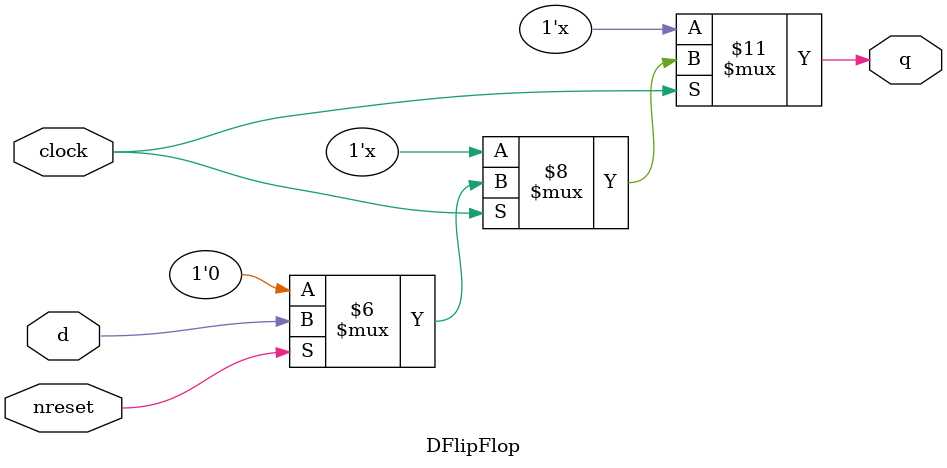
<source format=v>
`timescale 1ns / 1ps


module DFlipFlop(q,clock,nreset,d);
output q;
input clock,nreset,d;
reg q;
always @(clock)
begin
    if(clock==1)
        if (nreset==1)
            q=d;
        else
            q=0;
end
endmodule


</source>
